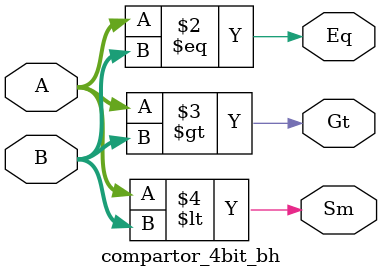
<source format=v>
`timescale 1ns / 1ps


module compartor_4bit_bh(Eq,Gt,Sm,A,B);
input [3:0] A,B;
output reg Eq,Gt,Sm;

always @(*) begin
    Eq = A == B;
    Gt = A > B;
    Sm = A < B;
end
endmodule

</source>
